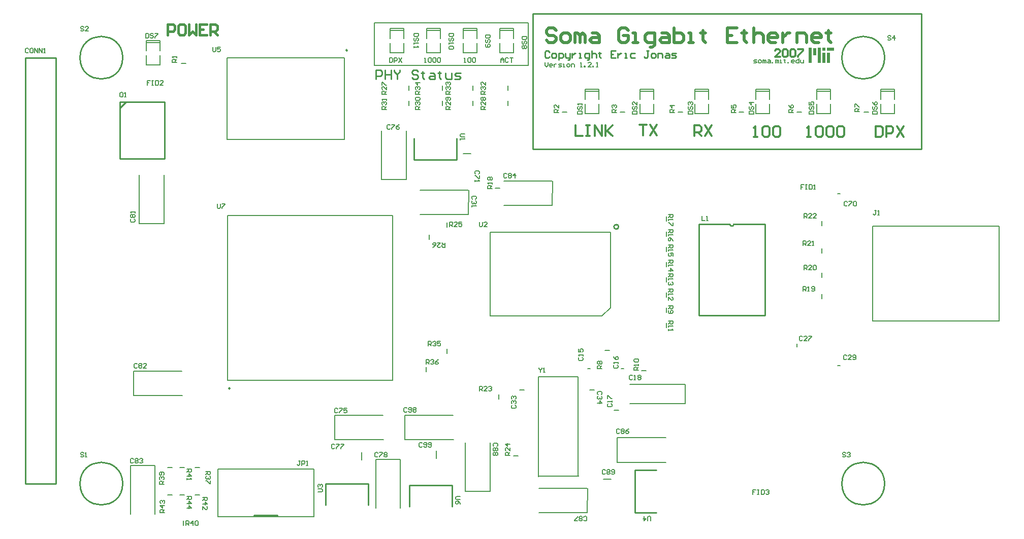
<source format=gto>
%FSLAX24Y24*%
%MOIN*%
G70*
G01*
G75*
G04 Layer_Color=65535*
%ADD10R,0.0394X0.0433*%
%ADD11R,0.0433X0.0394*%
%ADD12R,0.1024X0.0945*%
%ADD13R,0.0945X0.1024*%
%ADD14C,0.0400*%
%ADD15R,0.0728X0.0118*%
%ADD16R,0.0709X0.0157*%
%ADD17R,0.0827X0.1614*%
%ADD18R,0.0787X0.0551*%
%ADD19O,0.0700X0.0300*%
%ADD20R,0.0700X0.0300*%
%ADD21R,0.0122X0.0709*%
%ADD22R,0.0709X0.0122*%
%ADD23O,0.0122X0.0709*%
%ADD24R,0.0157X0.0709*%
%ADD25R,0.0709X0.0157*%
%ADD26R,0.0118X0.0728*%
%ADD27R,0.0728X0.0118*%
%ADD28R,0.0630X0.0512*%
%ADD29R,0.0630X0.0709*%
%ADD30R,0.0709X0.0630*%
%ADD31R,0.1000X0.1400*%
%ADD32R,0.0300X0.0600*%
%ADD33R,0.1400X0.1000*%
%ADD34R,0.0600X0.0300*%
%ADD35R,0.0276X0.0354*%
%ADD36R,0.0354X0.0276*%
%ADD37R,0.0394X0.1083*%
%ADD38C,0.0100*%
%ADD39C,0.0200*%
%ADD40C,0.0080*%
%ADD41C,0.0160*%
%ADD42C,0.0120*%
%ADD43C,0.0600*%
%ADD44C,0.1400*%
%ADD45C,0.0750*%
%ADD46C,0.0500*%
%ADD47C,0.1600*%
%ADD48C,0.0433*%
%ADD49C,0.0350*%
%ADD50C,0.0250*%
%ADD51C,0.0300*%
%ADD52C,0.0098*%
%ADD53C,0.0079*%
%ADD54C,0.0070*%
%ADD55C,0.0140*%
%ADD56R,0.0200X0.0700*%
%ADD57R,0.0200X0.0200*%
%ADD58R,0.0500X0.0200*%
%ADD59R,0.0200X0.1000*%
%ADD60R,0.0200X0.0500*%
%ADD61R,0.1575X0.0098*%
D38*
X64250Y50550D02*
G03*
X64500Y50550I125J0D01*
G01*
X56943Y50380D02*
G03*
X56943Y50380I-153J0D01*
G01*
X74400Y61500D02*
G03*
X74400Y61500I-1400J0D01*
G01*
Y33500D02*
G03*
X74400Y33500I-1400J0D01*
G01*
X24400Y61500D02*
G03*
X24400Y61500I-1400J0D01*
G01*
Y33500D02*
G03*
X24400Y33500I-1400J0D01*
G01*
X20000D02*
Y61500D01*
X18000Y33500D02*
X20000D01*
X18000D02*
Y61500D01*
X20000D01*
X24209Y58587D02*
X27162D01*
X24209Y54847D02*
Y58587D01*
Y54847D02*
X27162D01*
Y58587D01*
X24209Y58194D02*
X24603Y58587D01*
X62200Y44550D02*
Y50550D01*
Y44550D02*
X66550D01*
Y50550D01*
X64500D02*
X66550D01*
X62200D02*
X64250D01*
X51300Y55500D02*
X76800D01*
X51300D02*
Y64400D01*
X76800D01*
Y55500D02*
Y64400D01*
X46000Y32000D02*
Y33400D01*
X43200Y32000D02*
Y33400D01*
X46000D01*
X58000Y34400D02*
X59400D01*
X58000Y31600D02*
X59400D01*
X58000D02*
Y34400D01*
X43500Y54800D02*
Y56200D01*
X46300Y54800D02*
Y56200D01*
X43500Y54800D02*
X46300D01*
X40500Y32100D02*
Y33500D01*
X37700Y32100D02*
Y33500D01*
X40500D01*
X52400Y61875D02*
X52325Y61950D01*
X52175D01*
X52100Y61875D01*
Y61575D01*
X52175Y61500D01*
X52325D01*
X52400Y61575D01*
X52625Y61500D02*
X52775D01*
X52850Y61575D01*
Y61725D01*
X52775Y61800D01*
X52625D01*
X52550Y61725D01*
Y61575D01*
X52625Y61500D01*
X53000Y61350D02*
Y61800D01*
X53225D01*
X53300Y61725D01*
Y61575D01*
X53225Y61500D01*
X53000D01*
X53450Y61800D02*
Y61575D01*
X53525Y61500D01*
X53749D01*
Y61425D01*
X53674Y61350D01*
X53600D01*
X53749Y61500D02*
Y61800D01*
X53899D02*
Y61500D01*
Y61650D01*
X53974Y61725D01*
X54049Y61800D01*
X54124D01*
X54349Y61500D02*
X54499D01*
X54424D01*
Y61800D01*
X54349D01*
X54874Y61350D02*
X54949D01*
X55024Y61425D01*
Y61800D01*
X54799D01*
X54724Y61725D01*
Y61575D01*
X54799Y61500D01*
X55024D01*
X55174Y61950D02*
Y61500D01*
Y61725D01*
X55249Y61800D01*
X55399D01*
X55474Y61725D01*
Y61500D01*
X55699Y61875D02*
Y61800D01*
X55624D01*
X55774D01*
X55699D01*
Y61575D01*
X55774Y61500D01*
X56748Y61950D02*
X56449D01*
Y61500D01*
X56748D01*
X56449Y61725D02*
X56599D01*
X56898Y61800D02*
Y61500D01*
Y61650D01*
X56973Y61725D01*
X57048Y61800D01*
X57123D01*
X57348Y61500D02*
X57498D01*
X57423D01*
Y61800D01*
X57348D01*
X58023D02*
X57798D01*
X57723Y61725D01*
Y61575D01*
X57798Y61500D01*
X58023D01*
X58923Y61950D02*
X58773D01*
X58848D01*
Y61575D01*
X58773Y61500D01*
X58698D01*
X58623Y61575D01*
X59148Y61500D02*
X59298D01*
X59373Y61575D01*
Y61725D01*
X59298Y61800D01*
X59148D01*
X59073Y61725D01*
Y61575D01*
X59148Y61500D01*
X59523D02*
Y61800D01*
X59748D01*
X59823Y61725D01*
Y61500D01*
X60047Y61800D02*
X60197D01*
X60272Y61725D01*
Y61500D01*
X60047D01*
X59972Y61575D01*
X60047Y61650D01*
X60272D01*
X60422Y61500D02*
X60647D01*
X60722Y61575D01*
X60647Y61650D01*
X60497D01*
X60422Y61725D01*
X60497Y61800D01*
X60722D01*
X41000Y60100D02*
Y60700D01*
X41300D01*
X41400Y60600D01*
Y60400D01*
X41300Y60300D01*
X41000D01*
X41600Y60700D02*
Y60100D01*
Y60400D01*
X42000D01*
Y60700D01*
Y60100D01*
X42200Y60700D02*
Y60600D01*
X42400Y60400D01*
X42599Y60600D01*
Y60700D01*
X42400Y60400D02*
Y60100D01*
X43799Y60600D02*
X43699Y60700D01*
X43499D01*
X43399Y60600D01*
Y60500D01*
X43499Y60400D01*
X43699D01*
X43799Y60300D01*
Y60200D01*
X43699Y60100D01*
X43499D01*
X43399Y60200D01*
X44099Y60600D02*
Y60500D01*
X43999D01*
X44199D01*
X44099D01*
Y60200D01*
X44199Y60100D01*
X44599Y60500D02*
X44799D01*
X44899Y60400D01*
Y60100D01*
X44599D01*
X44499Y60200D01*
X44599Y60300D01*
X44899D01*
X45199Y60600D02*
Y60500D01*
X45099D01*
X45299D01*
X45199D01*
Y60200D01*
X45299Y60100D01*
X45599Y60500D02*
Y60200D01*
X45698Y60100D01*
X45998D01*
Y60500D01*
X46198Y60100D02*
X46498D01*
X46598Y60200D01*
X46498Y60300D01*
X46298D01*
X46198Y60400D01*
X46298Y60500D01*
X46598D01*
D39*
X52833Y63291D02*
X52675Y63450D01*
X52358D01*
X52200Y63291D01*
Y63133D01*
X52358Y62975D01*
X52675D01*
X52833Y62817D01*
Y62658D01*
X52675Y62500D01*
X52358D01*
X52200Y62658D01*
X53308Y62500D02*
X53625D01*
X53783Y62658D01*
Y62975D01*
X53625Y63133D01*
X53308D01*
X53150Y62975D01*
Y62658D01*
X53308Y62500D01*
X54099D02*
Y63133D01*
X54258D01*
X54416Y62975D01*
Y62500D01*
Y62975D01*
X54574Y63133D01*
X54733Y62975D01*
Y62500D01*
X55207Y63133D02*
X55524D01*
X55682Y62975D01*
Y62500D01*
X55207D01*
X55049Y62658D01*
X55207Y62817D01*
X55682D01*
X57582Y63291D02*
X57423Y63450D01*
X57107D01*
X56948Y63291D01*
Y62658D01*
X57107Y62500D01*
X57423D01*
X57582Y62658D01*
Y62975D01*
X57265D01*
X57898Y62500D02*
X58215D01*
X58056D01*
Y63133D01*
X57898D01*
X59006Y62183D02*
X59164D01*
X59323Y62342D01*
Y63133D01*
X58848D01*
X58690Y62975D01*
Y62658D01*
X58848Y62500D01*
X59323D01*
X59798Y63133D02*
X60114D01*
X60272Y62975D01*
Y62500D01*
X59798D01*
X59639Y62658D01*
X59798Y62817D01*
X60272D01*
X60589Y63450D02*
Y62500D01*
X61064D01*
X61222Y62658D01*
Y62817D01*
Y62975D01*
X61064Y63133D01*
X60589D01*
X61539Y62500D02*
X61855D01*
X61697D01*
Y63133D01*
X61539D01*
X62488Y63291D02*
Y63133D01*
X62330D01*
X62647D01*
X62488D01*
Y62658D01*
X62647Y62500D01*
X64704Y63450D02*
X64071D01*
Y62500D01*
X64704D01*
X64071Y62975D02*
X64388D01*
X65179Y63291D02*
Y63133D01*
X65021D01*
X65337D01*
X65179D01*
Y62658D01*
X65337Y62500D01*
X65812Y63450D02*
Y62500D01*
Y62975D01*
X65971Y63133D01*
X66287D01*
X66445Y62975D01*
Y62500D01*
X67237D02*
X66920D01*
X66762Y62658D01*
Y62975D01*
X66920Y63133D01*
X67237D01*
X67395Y62975D01*
Y62817D01*
X66762D01*
X67712Y63133D02*
Y62500D01*
Y62817D01*
X67870Y62975D01*
X68028Y63133D01*
X68186D01*
X68661Y62500D02*
Y63133D01*
X69136D01*
X69294Y62975D01*
Y62500D01*
X70086D02*
X69769D01*
X69611Y62658D01*
Y62975D01*
X69769Y63133D01*
X70086D01*
X70244Y62975D01*
Y62817D01*
X69611D01*
X70719Y63291D02*
Y63133D01*
X70561D01*
X70877D01*
X70719D01*
Y62658D01*
X70877Y62500D01*
D40*
X42906Y38006D02*
X46096D01*
X42909Y36400D02*
X46100D01*
X42900D02*
X42906Y38006D01*
X46894Y33006D02*
Y36196D01*
X48500Y33009D02*
Y36200D01*
X46894Y33006D02*
X48500Y33000D01*
X51704Y31594D02*
X54894D01*
X51700Y33200D02*
X54891D01*
X54894Y31594D02*
X54900Y33200D01*
X56857Y36514D02*
X60047D01*
X56861Y34909D02*
X60051D01*
X56851D02*
X56857Y36514D01*
X42606Y31904D02*
Y35094D01*
X41000Y31900D02*
Y35091D01*
Y35100D02*
X42606Y35094D01*
X41394Y53506D02*
Y56696D01*
X43000Y53509D02*
Y56700D01*
X41394Y53506D02*
X43000Y53500D01*
X38306Y38006D02*
X41496D01*
X38309Y36400D02*
X41500D01*
X38300D02*
X38306Y38006D01*
X43904Y51194D02*
X47094D01*
X43900Y52800D02*
X47091D01*
X47094Y51194D02*
X47100Y52800D01*
X25100Y39300D02*
X25106Y40906D01*
X25109Y39300D02*
X28300D01*
X25106Y40906D02*
X28296D01*
X25494Y50606D02*
X27100Y50600D01*
Y50609D02*
Y53800D01*
X25494Y50606D02*
Y53796D01*
X54280Y34019D02*
Y40511D01*
Y34019D02*
X54311Y33987D01*
X51701D02*
X54311D01*
X51689Y33976D02*
X51701Y33987D01*
X51689Y33976D02*
Y40491D01*
X51669Y40511D02*
X51689Y40491D01*
X51669Y40511D02*
X54280D01*
X81900Y44190D02*
Y50410D01*
X73630Y44200D02*
X81920D01*
X73630Y50410D02*
X81920D01*
X73630Y44190D02*
Y50410D01*
X41000Y63800D02*
X47200D01*
X51000Y61000D02*
Y63800D01*
X40900Y61000D02*
X51000D01*
X40900D02*
Y63800D01*
X50400D01*
X47200D02*
X51000D01*
X49404Y51794D02*
X52594D01*
X49400Y53400D02*
X52591D01*
X52594Y51794D02*
X52600Y53400D01*
X30650Y31325D02*
X36950D01*
X30650D02*
Y34475D01*
X36950D01*
Y31325D02*
Y34475D01*
X33013Y31325D02*
X33111Y31424D01*
X33013Y31325D02*
Y31424D01*
X34587D01*
Y31325D02*
Y31424D01*
X34489D02*
X34587Y31325D01*
X26506Y31504D02*
Y34694D01*
X24900Y31500D02*
Y34691D01*
Y34700D02*
X26506Y34694D01*
X65800Y61150D02*
X65950D01*
X66000Y61200D01*
X65950Y61250D01*
X65850D01*
X65800Y61300D01*
X65850Y61350D01*
X66000D01*
X66150Y61150D02*
X66250D01*
X66300Y61200D01*
Y61300D01*
X66250Y61350D01*
X66150D01*
X66100Y61300D01*
Y61200D01*
X66150Y61150D01*
X66400D02*
Y61350D01*
X66450D01*
X66500Y61300D01*
Y61150D01*
Y61300D01*
X66550Y61350D01*
X66600Y61300D01*
Y61150D01*
X66750Y61350D02*
X66850D01*
X66900Y61300D01*
Y61150D01*
X66750D01*
X66700Y61200D01*
X66750Y61250D01*
X66900D01*
X67000Y61150D02*
Y61200D01*
X67050D01*
Y61150D01*
X67000D01*
X67250D02*
Y61350D01*
X67300D01*
X67350Y61300D01*
Y61150D01*
Y61300D01*
X67399Y61350D01*
X67449Y61300D01*
Y61150D01*
X67549D02*
X67649D01*
X67599D01*
Y61350D01*
X67549D01*
X67849Y61400D02*
Y61350D01*
X67799D01*
X67899D01*
X67849D01*
Y61200D01*
X67899Y61150D01*
X68049D02*
Y61200D01*
X68099D01*
Y61150D01*
X68049D01*
X68449D02*
X68349D01*
X68299Y61200D01*
Y61300D01*
X68349Y61350D01*
X68449D01*
X68499Y61300D01*
Y61250D01*
X68299D01*
X68799Y61450D02*
Y61150D01*
X68649D01*
X68599Y61200D01*
Y61300D01*
X68649Y61350D01*
X68799D01*
X68899D02*
Y61200D01*
X68949Y61150D01*
X69099D01*
Y61350D01*
D41*
X27350Y63000D02*
Y63700D01*
X27700D01*
X27817Y63583D01*
Y63350D01*
X27700Y63233D01*
X27350D01*
X28400Y63700D02*
X28166D01*
X28050Y63583D01*
Y63117D01*
X28166Y63000D01*
X28400D01*
X28516Y63117D01*
Y63583D01*
X28400Y63700D01*
X28750D02*
Y63000D01*
X28983Y63233D01*
X29216Y63000D01*
Y63700D01*
X29916D02*
X29449D01*
Y63000D01*
X29916D01*
X29449Y63350D02*
X29683D01*
X30149Y63000D02*
Y63700D01*
X30499D01*
X30616Y63583D01*
Y63350D01*
X30499Y63233D01*
X30149D01*
X30382D02*
X30616Y63000D01*
D42*
X67533Y61550D02*
X67200D01*
X67533Y61883D01*
Y61967D01*
X67450Y62050D01*
X67283D01*
X67200Y61967D01*
X67700D02*
X67783Y62050D01*
X67950D01*
X68033Y61967D01*
Y61633D01*
X67950Y61550D01*
X67783D01*
X67700Y61633D01*
Y61967D01*
X68200D02*
X68283Y62050D01*
X68450D01*
X68533Y61967D01*
Y61633D01*
X68450Y61550D01*
X68283D01*
X68200Y61633D01*
Y61967D01*
X68700Y62050D02*
X69033D01*
Y61967D01*
X68700Y61633D01*
Y61550D01*
D52*
X39155Y61991D02*
G03*
X39155Y61991I-49J0D01*
G01*
X31454Y39765D02*
G03*
X31454Y39765I-49J0D01*
G01*
D53*
X50043Y35331D02*
X50357D01*
X49069Y39043D02*
Y39357D01*
X61329Y38770D02*
Y40030D01*
X57668D02*
X61329D01*
X57668Y38770D02*
X61329D01*
X55836Y44511D02*
X56401Y45076D01*
X48515Y44511D02*
X55836D01*
X48515D02*
Y50035D01*
X56401D01*
Y45076D02*
Y50035D01*
X31242Y56123D02*
X38958D01*
X31242Y61477D02*
X38958D01*
X31242Y56123D02*
Y61477D01*
X38958Y56123D02*
Y61477D01*
X42113Y40287D02*
Y51113D01*
X31287Y40287D02*
Y51113D01*
Y40287D02*
X42113D01*
X31287Y51113D02*
X42113D01*
X55653Y58757D02*
Y59439D01*
X54747Y58757D02*
Y59439D01*
X55653D01*
X54747Y57813D02*
X55653D01*
Y58443D01*
X54747Y57813D02*
Y58443D01*
Y59301D02*
X55653D01*
X59253Y58757D02*
Y59439D01*
X58347Y58757D02*
Y59439D01*
X59253D01*
X58347Y57813D02*
X59253D01*
Y58443D01*
X58347Y57813D02*
Y58443D01*
Y59301D02*
X59253D01*
X62853Y58757D02*
Y59439D01*
X61947Y58757D02*
Y59439D01*
X62853D01*
X61947Y57813D02*
X62853D01*
Y58443D01*
X61947Y57813D02*
Y58443D01*
Y59301D02*
X62853D01*
X66853Y58757D02*
Y59439D01*
X65947Y58757D02*
Y59439D01*
X66853D01*
X65947Y57813D02*
X66853D01*
Y58443D01*
X65947Y57813D02*
Y58443D01*
Y59301D02*
X66853D01*
X70853Y58757D02*
Y59439D01*
X69947Y58757D02*
Y59439D01*
X70853D01*
X69947Y57813D02*
X70853D01*
Y58443D01*
X69947Y57813D02*
Y58443D01*
Y59301D02*
X70853D01*
X75053Y58757D02*
Y59439D01*
X74147Y58757D02*
Y59439D01*
X75053D01*
X74147Y57813D02*
X75053D01*
Y58443D01*
X74147Y57813D02*
Y58443D01*
Y59301D02*
X75053D01*
X26853Y61957D02*
Y62639D01*
X25947Y61957D02*
Y62639D01*
X26853D01*
X25947Y61013D02*
X26853D01*
Y61643D01*
X25947Y61013D02*
Y61643D01*
Y62501D02*
X26853D01*
X50053Y62757D02*
Y63439D01*
X49147Y62757D02*
Y63439D01*
X50053D01*
X49147Y61813D02*
X50053D01*
Y62443D01*
X49147Y61813D02*
Y62443D01*
Y63301D02*
X50053D01*
X47653Y62757D02*
Y63439D01*
X46747Y62757D02*
Y63439D01*
X47653D01*
X46747Y61813D02*
X47653D01*
Y62443D01*
X46747Y61813D02*
Y62443D01*
Y63301D02*
X47653D01*
X45253Y62757D02*
Y63439D01*
X44347Y62757D02*
Y63439D01*
X45253D01*
X44347Y61813D02*
X45253D01*
Y62443D01*
X44347Y61813D02*
Y62443D01*
Y63301D02*
X45253D01*
X42853Y62757D02*
Y63439D01*
X41947Y62757D02*
Y63439D01*
X42853D01*
X41947Y61813D02*
X42853D01*
Y62443D01*
X41947Y61813D02*
Y62443D01*
Y63301D02*
X42853D01*
X28243Y61131D02*
X28557D01*
X53243Y57931D02*
X53557D01*
X57043D02*
X57357D01*
X60843D02*
X61157D01*
X64843D02*
X65157D01*
X68643D02*
X68957D01*
X73043D02*
X73357D01*
X45669Y50343D02*
Y50657D01*
X44531Y49543D02*
Y49857D01*
X45669Y42043D02*
Y42357D01*
X44331Y40843D02*
Y41157D01*
X27343Y34569D02*
X27657D01*
X56643Y38331D02*
X56957D01*
X50443Y39669D02*
X50757D01*
X55043D02*
X55357D01*
X56043Y42269D02*
X56357D01*
X60069Y44743D02*
Y45057D01*
X58443Y40931D02*
X58757D01*
X60069Y43743D02*
Y44057D01*
Y45743D02*
Y46057D01*
Y46743D02*
Y47057D01*
Y47743D02*
Y48057D01*
Y48743D02*
Y49057D01*
Y49743D02*
Y50057D01*
Y50743D02*
Y51057D01*
X70269Y45643D02*
Y45957D01*
Y47043D02*
Y47357D01*
Y48643D02*
Y48957D01*
Y50443D02*
Y50757D01*
X43169Y59343D02*
Y59657D01*
X49669Y58343D02*
Y58657D01*
X47369Y58343D02*
Y58657D01*
X45369Y58343D02*
Y58657D01*
X43169Y58343D02*
Y58657D01*
X49669Y59343D02*
Y59657D01*
X47369Y59343D02*
Y59657D01*
X45369Y59343D02*
Y59657D01*
X40098Y35044D02*
Y35556D01*
X55944Y33798D02*
X56456D01*
X46744Y55198D02*
X47256D01*
X44998Y35144D02*
Y35656D01*
X29143Y32769D02*
X29457D01*
X27343D02*
X27657D01*
X28143D02*
X28457D01*
X54902Y41049D02*
X55098D01*
X57102D02*
X57298D01*
X68649Y42502D02*
Y42698D01*
X71302Y52551D02*
X71498D01*
X48843Y52931D02*
X49157D01*
X71302Y41249D02*
X71498D01*
X28143Y34569D02*
X28457D01*
X29143D02*
X29457D01*
X28369Y30743D02*
Y31057D01*
D54*
X65950Y33100D02*
X65750D01*
Y32950D01*
X65850D01*
X65750D01*
Y32800D01*
X66050Y33100D02*
X66150D01*
X66100D01*
Y32800D01*
X66050D01*
X66150D01*
X66300Y33100D02*
Y32800D01*
X66450D01*
X66500Y32850D01*
Y33050D01*
X66450Y33100D01*
X66300D01*
X66600Y33050D02*
X66650Y33100D01*
X66750D01*
X66800Y33050D01*
Y33000D01*
X66750Y32950D01*
X66700D01*
X66750D01*
X66800Y32900D01*
Y32850D01*
X66750Y32800D01*
X66650D01*
X66600Y32850D01*
X26200Y60000D02*
X26000D01*
Y59850D01*
X26100D01*
X26000D01*
Y59700D01*
X26300Y60000D02*
X26400D01*
X26350D01*
Y59700D01*
X26300D01*
X26400D01*
X26550Y60000D02*
Y59700D01*
X26700D01*
X26750Y59750D01*
Y59950D01*
X26700Y60000D01*
X26550D01*
X27050Y59700D02*
X26850D01*
X27050Y59900D01*
Y59950D01*
X27000Y60000D01*
X26900D01*
X26850Y59950D01*
X69100Y53150D02*
X68900D01*
Y53000D01*
X69000D01*
X68900D01*
Y52850D01*
X69200Y53150D02*
X69300D01*
X69250D01*
Y52850D01*
X69200D01*
X69300D01*
X69450Y53150D02*
Y52850D01*
X69600D01*
X69650Y52900D01*
Y53100D01*
X69600Y53150D01*
X69450D01*
X69750Y52850D02*
X69850D01*
X69800D01*
Y53150D01*
X69750Y53100D01*
X25100Y35100D02*
X25050Y35150D01*
X24950D01*
X24900Y35100D01*
Y34900D01*
X24950Y34850D01*
X25050D01*
X25100Y34900D01*
X25200Y35100D02*
X25250Y35150D01*
X25350D01*
X25400Y35100D01*
Y35050D01*
X25350Y35000D01*
X25400Y34950D01*
Y34900D01*
X25350Y34850D01*
X25250D01*
X25200Y34900D01*
Y34950D01*
X25250Y35000D01*
X25200Y35050D01*
Y35100D01*
X25250Y35000D02*
X25350D01*
X25500Y35100D02*
X25550Y35150D01*
X25650D01*
X25700Y35100D01*
Y35050D01*
X25650Y35000D01*
X25600D01*
X25650D01*
X25700Y34950D01*
Y34900D01*
X25650Y34850D01*
X25550D01*
X25500Y34900D01*
X25350Y41350D02*
X25300Y41400D01*
X25200D01*
X25150Y41350D01*
Y41150D01*
X25200Y41100D01*
X25300D01*
X25350Y41150D01*
X25450Y41350D02*
X25500Y41400D01*
X25600D01*
X25650Y41350D01*
Y41300D01*
X25600Y41250D01*
X25650Y41200D01*
Y41150D01*
X25600Y41100D01*
X25500D01*
X25450Y41150D01*
Y41200D01*
X25500Y41250D01*
X25450Y41300D01*
Y41350D01*
X25500Y41250D02*
X25600D01*
X25950Y41100D02*
X25750D01*
X25950Y41300D01*
Y41350D01*
X25900Y41400D01*
X25800D01*
X25750Y41350D01*
X24950Y50900D02*
X24900Y50850D01*
Y50750D01*
X24950Y50700D01*
X25150D01*
X25200Y50750D01*
Y50850D01*
X25150Y50900D01*
X24950Y51000D02*
X24900Y51050D01*
Y51150D01*
X24950Y51200D01*
X25000D01*
X25050Y51150D01*
X25100Y51200D01*
X25150D01*
X25200Y51150D01*
Y51050D01*
X25150Y51000D01*
X25100D01*
X25050Y51050D01*
X25000Y51000D01*
X24950D01*
X25050Y51050D02*
Y51150D01*
X25200Y51300D02*
Y51400D01*
Y51350D01*
X24900D01*
X24950Y51300D01*
X18220Y62070D02*
X18170Y62120D01*
X18070D01*
X18020Y62070D01*
Y61870D01*
X18070Y61820D01*
X18170D01*
X18220Y61870D01*
X18470Y62120D02*
X18370D01*
X18320Y62070D01*
Y61870D01*
X18370Y61820D01*
X18470D01*
X18520Y61870D01*
Y62070D01*
X18470Y62120D01*
X18620Y61820D02*
Y62120D01*
X18820Y61820D01*
Y62120D01*
X18920Y61820D02*
Y62120D01*
X19120Y61820D01*
Y62120D01*
X19220Y61820D02*
X19320D01*
X19270D01*
Y62120D01*
X19220Y62070D01*
X27100Y33450D02*
X26800D01*
Y33600D01*
X26850Y33650D01*
X26950D01*
X27000Y33600D01*
Y33450D01*
Y33550D02*
X27100Y33650D01*
X26850Y33750D02*
X26800Y33800D01*
Y33900D01*
X26850Y33950D01*
X26900D01*
X26950Y33900D01*
Y33850D01*
Y33900D01*
X27000Y33950D01*
X27050D01*
X27100Y33900D01*
Y33800D01*
X27050Y33750D01*
Y34050D02*
X27100Y34100D01*
Y34200D01*
X27050Y34250D01*
X26850D01*
X26800Y34200D01*
Y34100D01*
X26850Y34050D01*
X26900D01*
X26950Y34100D01*
Y34250D01*
X29850Y34300D02*
X30150D01*
Y34150D01*
X30100Y34100D01*
X30000D01*
X29950Y34150D01*
Y34300D01*
Y34200D02*
X29850Y34100D01*
X30100Y34000D02*
X30150Y33950D01*
Y33850D01*
X30100Y33800D01*
X30050D01*
X30000Y33850D01*
Y33900D01*
Y33850D01*
X29950Y33800D01*
X29900D01*
X29850Y33850D01*
Y33950D01*
X29900Y34000D01*
X30150Y33700D02*
Y33500D01*
X30100D01*
X29900Y33700D01*
X29850D01*
X54350Y41800D02*
X54300Y41750D01*
Y41650D01*
X54350Y41600D01*
X54550D01*
X54600Y41650D01*
Y41750D01*
X54550Y41800D01*
X54600Y41900D02*
Y42000D01*
Y41950D01*
X54300D01*
X54350Y41900D01*
X54300Y42350D02*
Y42150D01*
X54450D01*
X54400Y42250D01*
Y42300D01*
X54450Y42350D01*
X54550D01*
X54600Y42300D01*
Y42200D01*
X54550Y42150D01*
X56650Y41300D02*
X56600Y41250D01*
Y41150D01*
X56650Y41100D01*
X56850D01*
X56900Y41150D01*
Y41250D01*
X56850Y41300D01*
X56900Y41400D02*
Y41500D01*
Y41450D01*
X56600D01*
X56650Y41400D01*
X56600Y41850D02*
X56650Y41750D01*
X56750Y41650D01*
X56850D01*
X56900Y41700D01*
Y41800D01*
X56850Y41850D01*
X56800D01*
X56750Y41800D01*
Y41650D01*
X56250Y38750D02*
X56200Y38700D01*
Y38600D01*
X56250Y38550D01*
X56450D01*
X56500Y38600D01*
Y38700D01*
X56450Y38750D01*
X56500Y38850D02*
Y38950D01*
Y38900D01*
X56200D01*
X56250Y38850D01*
X56200Y39100D02*
Y39300D01*
X56250D01*
X56450Y39100D01*
X56500D01*
X57860Y40590D02*
X57810Y40640D01*
X57710D01*
X57660Y40590D01*
Y40390D01*
X57710Y40340D01*
X57810D01*
X57860Y40390D01*
X57960Y40340D02*
X58060D01*
X58010D01*
Y40640D01*
X57960Y40590D01*
X58210D02*
X58260Y40640D01*
X58360D01*
X58410Y40590D01*
Y40540D01*
X58360Y40490D01*
X58410Y40440D01*
Y40390D01*
X58360Y40340D01*
X58260D01*
X58210Y40390D01*
Y40440D01*
X58260Y40490D01*
X58210Y40540D01*
Y40590D01*
X58260Y40490D02*
X58360D01*
X69000Y43150D02*
X68950Y43200D01*
X68850D01*
X68800Y43150D01*
Y42950D01*
X68850Y42900D01*
X68950D01*
X69000Y42950D01*
X69300Y42900D02*
X69100D01*
X69300Y43100D01*
Y43150D01*
X69250Y43200D01*
X69150D01*
X69100Y43150D01*
X69400Y43200D02*
X69600D01*
Y43150D01*
X69400Y42950D01*
Y42900D01*
X71900Y41900D02*
X71850Y41950D01*
X71750D01*
X71700Y41900D01*
Y41700D01*
X71750Y41650D01*
X71850D01*
X71900Y41700D01*
X72200Y41650D02*
X72000D01*
X72200Y41850D01*
Y41900D01*
X72150Y41950D01*
X72050D01*
X72000Y41900D01*
X72300Y41700D02*
X72350Y41650D01*
X72450D01*
X72500Y41700D01*
Y41900D01*
X72450Y41950D01*
X72350D01*
X72300Y41900D01*
Y41850D01*
X72350Y41800D01*
X72500D01*
X47750Y53850D02*
X47800Y53900D01*
Y54000D01*
X47750Y54050D01*
X47550D01*
X47500Y54000D01*
Y53900D01*
X47550Y53850D01*
X47800Y53750D02*
Y53550D01*
X47750D01*
X47550Y53750D01*
X47500D01*
Y53450D02*
Y53350D01*
Y53400D01*
X47800D01*
X47750Y53450D01*
X49950Y38650D02*
X49900Y38600D01*
Y38500D01*
X49950Y38450D01*
X50150D01*
X50200Y38500D01*
Y38600D01*
X50150Y38650D01*
X49950Y38750D02*
X49900Y38800D01*
Y38900D01*
X49950Y38950D01*
X50000D01*
X50050Y38900D01*
Y38850D01*
Y38900D01*
X50100Y38950D01*
X50150D01*
X50200Y38900D01*
Y38800D01*
X50150Y38750D01*
X49950Y39050D02*
X49900Y39100D01*
Y39200D01*
X49950Y39250D01*
X50000D01*
X50050Y39200D01*
Y39150D01*
Y39200D01*
X50100Y39250D01*
X50150D01*
X50200Y39200D01*
Y39100D01*
X50150Y39050D01*
X55800Y39350D02*
X55850Y39400D01*
Y39500D01*
X55800Y39550D01*
X55600D01*
X55550Y39500D01*
Y39400D01*
X55600Y39350D01*
X55800Y39250D02*
X55850Y39200D01*
Y39100D01*
X55800Y39050D01*
X55750D01*
X55700Y39100D01*
Y39150D01*
Y39100D01*
X55650Y39050D01*
X55600D01*
X55550Y39100D01*
Y39200D01*
X55600Y39250D01*
X55550Y38800D02*
X55850D01*
X55700Y38950D01*
Y38750D01*
X71950Y52000D02*
X71900Y52050D01*
X71800D01*
X71750Y52000D01*
Y51800D01*
X71800Y51750D01*
X71900D01*
X71950Y51800D01*
X72050Y52050D02*
X72250D01*
Y52000D01*
X72050Y51800D01*
Y51750D01*
X72350Y52000D02*
X72400Y52050D01*
X72500D01*
X72550Y52000D01*
Y51800D01*
X72500Y51750D01*
X72400D01*
X72350Y51800D01*
Y52000D01*
X38500Y38400D02*
X38450Y38450D01*
X38350D01*
X38300Y38400D01*
Y38200D01*
X38350Y38150D01*
X38450D01*
X38500Y38200D01*
X38600Y38450D02*
X38800D01*
Y38400D01*
X38600Y38200D01*
Y38150D01*
X39100Y38450D02*
X38900D01*
Y38300D01*
X39000Y38350D01*
X39050D01*
X39100Y38300D01*
Y38200D01*
X39050Y38150D01*
X38950D01*
X38900Y38200D01*
X54650Y31100D02*
X54700Y31050D01*
X54800D01*
X54850Y31100D01*
Y31300D01*
X54800Y31350D01*
X54700D01*
X54650Y31300D01*
X54550Y31100D02*
X54500Y31050D01*
X54400D01*
X54350Y31100D01*
Y31150D01*
X54400Y31200D01*
X54350Y31250D01*
Y31300D01*
X54400Y31350D01*
X54500D01*
X54550Y31300D01*
Y31250D01*
X54500Y31200D01*
X54550Y31150D01*
Y31100D01*
X54500Y31200D02*
X54400D01*
X54250Y31050D02*
X54050D01*
Y31100D01*
X54250Y31300D01*
Y31350D01*
X56080Y34360D02*
X56030Y34410D01*
X55930D01*
X55880Y34360D01*
Y34160D01*
X55930Y34110D01*
X56030D01*
X56080Y34160D01*
X56180Y34360D02*
X56230Y34410D01*
X56330D01*
X56380Y34360D01*
Y34310D01*
X56330Y34260D01*
X56380Y34210D01*
Y34160D01*
X56330Y34110D01*
X56230D01*
X56180Y34160D01*
Y34210D01*
X56230Y34260D01*
X56180Y34310D01*
Y34360D01*
X56230Y34260D02*
X56330D01*
X56480Y34160D02*
X56530Y34110D01*
X56630D01*
X56680Y34160D01*
Y34360D01*
X56630Y34410D01*
X56530D01*
X56480Y34360D01*
Y34310D01*
X56530Y34260D01*
X56680D01*
X54250Y57800D02*
X54550D01*
Y57950D01*
X54500Y58000D01*
X54300D01*
X54250Y57950D01*
Y57800D01*
X54300Y58300D02*
X54250Y58250D01*
Y58150D01*
X54300Y58100D01*
X54350D01*
X54400Y58150D01*
Y58250D01*
X54450Y58300D01*
X54500D01*
X54550Y58250D01*
Y58150D01*
X54500Y58100D01*
X54550Y58400D02*
Y58500D01*
Y58450D01*
X54250D01*
X54300Y58400D01*
X57850Y57800D02*
X58150D01*
Y57950D01*
X58100Y58000D01*
X57900D01*
X57850Y57950D01*
Y57800D01*
X57900Y58300D02*
X57850Y58250D01*
Y58150D01*
X57900Y58100D01*
X57950D01*
X58000Y58150D01*
Y58250D01*
X58050Y58300D01*
X58100D01*
X58150Y58250D01*
Y58150D01*
X58100Y58100D01*
X58150Y58600D02*
Y58400D01*
X57950Y58600D01*
X57900D01*
X57850Y58550D01*
Y58450D01*
X57900Y58400D01*
X61500Y57800D02*
X61800D01*
Y57950D01*
X61750Y58000D01*
X61550D01*
X61500Y57950D01*
Y57800D01*
X61550Y58300D02*
X61500Y58250D01*
Y58150D01*
X61550Y58100D01*
X61600D01*
X61650Y58150D01*
Y58250D01*
X61700Y58300D01*
X61750D01*
X61800Y58250D01*
Y58150D01*
X61750Y58100D01*
X61550Y58400D02*
X61500Y58450D01*
Y58550D01*
X61550Y58600D01*
X61600D01*
X61650Y58550D01*
Y58500D01*
Y58550D01*
X61700Y58600D01*
X61750D01*
X61800Y58550D01*
Y58450D01*
X61750Y58400D01*
X65500Y57800D02*
X65800D01*
Y57950D01*
X65750Y58000D01*
X65550D01*
X65500Y57950D01*
Y57800D01*
X65550Y58300D02*
X65500Y58250D01*
Y58150D01*
X65550Y58100D01*
X65600D01*
X65650Y58150D01*
Y58250D01*
X65700Y58300D01*
X65750D01*
X65800Y58250D01*
Y58150D01*
X65750Y58100D01*
X65800Y58550D02*
X65500D01*
X65650Y58400D01*
Y58600D01*
X69450Y57800D02*
X69750D01*
Y57950D01*
X69700Y58000D01*
X69500D01*
X69450Y57950D01*
Y57800D01*
X69500Y58300D02*
X69450Y58250D01*
Y58150D01*
X69500Y58100D01*
X69550D01*
X69600Y58150D01*
Y58250D01*
X69650Y58300D01*
X69700D01*
X69750Y58250D01*
Y58150D01*
X69700Y58100D01*
X69450Y58600D02*
Y58400D01*
X69600D01*
X69550Y58500D01*
Y58550D01*
X69600Y58600D01*
X69700D01*
X69750Y58550D01*
Y58450D01*
X69700Y58400D01*
X73600Y57800D02*
X73900D01*
Y57950D01*
X73850Y58000D01*
X73650D01*
X73600Y57950D01*
Y57800D01*
X73650Y58300D02*
X73600Y58250D01*
Y58150D01*
X73650Y58100D01*
X73700D01*
X73750Y58150D01*
Y58250D01*
X73800Y58300D01*
X73850D01*
X73900Y58250D01*
Y58150D01*
X73850Y58100D01*
X73600Y58600D02*
X73650Y58500D01*
X73750Y58400D01*
X73850D01*
X73900Y58450D01*
Y58550D01*
X73850Y58600D01*
X73800D01*
X73750Y58550D01*
Y58400D01*
X25900Y63100D02*
Y62800D01*
X26050D01*
X26100Y62850D01*
Y63050D01*
X26050Y63100D01*
X25900D01*
X26400Y63050D02*
X26350Y63100D01*
X26250D01*
X26200Y63050D01*
Y63000D01*
X26250Y62950D01*
X26350D01*
X26400Y62900D01*
Y62850D01*
X26350Y62800D01*
X26250D01*
X26200Y62850D01*
X26500Y63100D02*
X26700D01*
Y63050D01*
X26500Y62850D01*
Y62800D01*
X50900Y62900D02*
X50600D01*
Y62750D01*
X50650Y62700D01*
X50850D01*
X50900Y62750D01*
Y62900D01*
X50850Y62400D02*
X50900Y62450D01*
Y62550D01*
X50850Y62600D01*
X50800D01*
X50750Y62550D01*
Y62450D01*
X50700Y62400D01*
X50650D01*
X50600Y62450D01*
Y62550D01*
X50650Y62600D01*
X50850Y62300D02*
X50900Y62250D01*
Y62150D01*
X50850Y62100D01*
X50800D01*
X50750Y62150D01*
X50700Y62100D01*
X50650D01*
X50600Y62150D01*
Y62250D01*
X50650Y62300D01*
X50700D01*
X50750Y62250D01*
X50800Y62300D01*
X50850D01*
X50750Y62250D02*
Y62150D01*
X48500Y63000D02*
X48200D01*
Y62850D01*
X48250Y62800D01*
X48450D01*
X48500Y62850D01*
Y63000D01*
X48450Y62500D02*
X48500Y62550D01*
Y62650D01*
X48450Y62700D01*
X48400D01*
X48350Y62650D01*
Y62550D01*
X48300Y62500D01*
X48250D01*
X48200Y62550D01*
Y62650D01*
X48250Y62700D01*
Y62400D02*
X48200Y62350D01*
Y62250D01*
X48250Y62200D01*
X48450D01*
X48500Y62250D01*
Y62350D01*
X48450Y62400D01*
X48400D01*
X48350Y62350D01*
Y62200D01*
X46100Y63100D02*
X45800D01*
Y62950D01*
X45850Y62900D01*
X46050D01*
X46100Y62950D01*
Y63100D01*
X46050Y62600D02*
X46100Y62650D01*
Y62750D01*
X46050Y62800D01*
X46000D01*
X45950Y62750D01*
Y62650D01*
X45900Y62600D01*
X45850D01*
X45800Y62650D01*
Y62750D01*
X45850Y62800D01*
X45800Y62500D02*
Y62400D01*
Y62450D01*
X46100D01*
X46050Y62500D01*
Y62250D02*
X46100Y62200D01*
Y62100D01*
X46050Y62050D01*
X45850D01*
X45800Y62100D01*
Y62200D01*
X45850Y62250D01*
X46050D01*
X43800Y63100D02*
X43500D01*
Y62950D01*
X43550Y62900D01*
X43750D01*
X43800Y62950D01*
Y63100D01*
X43750Y62600D02*
X43800Y62650D01*
Y62750D01*
X43750Y62800D01*
X43700D01*
X43650Y62750D01*
Y62650D01*
X43600Y62600D01*
X43550D01*
X43500Y62650D01*
Y62750D01*
X43550Y62800D01*
X43500Y62500D02*
Y62400D01*
Y62450D01*
X43800D01*
X43750Y62500D01*
X43500Y62250D02*
Y62150D01*
Y62200D01*
X43800D01*
X43750Y62250D01*
X73860Y51470D02*
X73760D01*
X73810D01*
Y51220D01*
X73760Y51170D01*
X73710D01*
X73660Y51220D01*
X73960Y51170D02*
X74060D01*
X74010D01*
Y51470D01*
X73960Y51420D01*
X62400Y51100D02*
Y50800D01*
X62600D01*
X62700D02*
X62800D01*
X62750D01*
Y51100D01*
X62700Y51050D01*
X24380Y59210D02*
X24280D01*
X24230Y59160D01*
Y58960D01*
X24280Y58910D01*
X24380D01*
X24430Y58960D01*
Y59160D01*
X24380Y59210D01*
X24530Y58910D02*
X24630D01*
X24580D01*
Y59210D01*
X24530Y59160D01*
X27950Y61200D02*
X27650D01*
Y61350D01*
X27700Y61400D01*
X27800D01*
X27850Y61350D01*
Y61200D01*
Y61300D02*
X27950Y61400D01*
Y61500D02*
Y61600D01*
Y61550D01*
X27650D01*
X27700Y61500D01*
X53000Y57900D02*
X52700D01*
Y58050D01*
X52750Y58100D01*
X52850D01*
X52900Y58050D01*
Y57900D01*
Y58000D02*
X53000Y58100D01*
Y58400D02*
Y58200D01*
X52800Y58400D01*
X52750D01*
X52700Y58350D01*
Y58250D01*
X52750Y58200D01*
X56800Y57900D02*
X56500D01*
Y58050D01*
X56550Y58100D01*
X56650D01*
X56700Y58050D01*
Y57900D01*
Y58000D02*
X56800Y58100D01*
X56550Y58200D02*
X56500Y58250D01*
Y58350D01*
X56550Y58400D01*
X56600D01*
X56650Y58350D01*
Y58300D01*
Y58350D01*
X56700Y58400D01*
X56750D01*
X56800Y58350D01*
Y58250D01*
X56750Y58200D01*
X60600Y57900D02*
X60300D01*
Y58050D01*
X60350Y58100D01*
X60450D01*
X60500Y58050D01*
Y57900D01*
Y58000D02*
X60600Y58100D01*
Y58350D02*
X60300D01*
X60450Y58200D01*
Y58400D01*
X64650Y57900D02*
X64350D01*
Y58050D01*
X64400Y58100D01*
X64500D01*
X64550Y58050D01*
Y57900D01*
Y58000D02*
X64650Y58100D01*
X64350Y58400D02*
Y58200D01*
X64500D01*
X64450Y58300D01*
Y58350D01*
X64500Y58400D01*
X64600D01*
X64650Y58350D01*
Y58250D01*
X64600Y58200D01*
X68400Y57900D02*
X68100D01*
Y58050D01*
X68150Y58100D01*
X68250D01*
X68300Y58050D01*
Y57900D01*
Y58000D02*
X68400Y58100D01*
X68100Y58400D02*
X68150Y58300D01*
X68250Y58200D01*
X68350D01*
X68400Y58250D01*
Y58350D01*
X68350Y58400D01*
X68300D01*
X68250Y58350D01*
Y58200D01*
X72750Y57950D02*
X72450D01*
Y58100D01*
X72500Y58150D01*
X72600D01*
X72650Y58100D01*
Y57950D01*
Y58050D02*
X72750Y58150D01*
X72450Y58250D02*
Y58450D01*
X72500D01*
X72700Y58250D01*
X72750D01*
X55850Y41050D02*
X55550D01*
Y41200D01*
X55600Y41250D01*
X55700D01*
X55750Y41200D01*
Y41050D01*
Y41150D02*
X55850Y41250D01*
X55600Y41350D02*
X55550Y41400D01*
Y41500D01*
X55600Y41550D01*
X55650D01*
X55700Y41500D01*
X55750Y41550D01*
X55800D01*
X55850Y41500D01*
Y41400D01*
X55800Y41350D01*
X55750D01*
X55700Y41400D01*
X55650Y41350D01*
X55600D01*
X55700Y41400D02*
Y41500D01*
X60200Y45200D02*
X60500D01*
Y45050D01*
X60450Y45000D01*
X60350D01*
X60300Y45050D01*
Y45200D01*
Y45100D02*
X60200Y45000D01*
X60250Y44900D02*
X60200Y44850D01*
Y44750D01*
X60250Y44700D01*
X60450D01*
X60500Y44750D01*
Y44850D01*
X60450Y44900D01*
X60400D01*
X60350Y44850D01*
Y44700D01*
X58250Y40950D02*
X57950D01*
Y41100D01*
X58000Y41150D01*
X58100D01*
X58150Y41100D01*
Y40950D01*
Y41050D02*
X58250Y41150D01*
Y41250D02*
Y41350D01*
Y41300D01*
X57950D01*
X58000Y41250D01*
Y41500D02*
X57950Y41550D01*
Y41650D01*
X58000Y41700D01*
X58200D01*
X58250Y41650D01*
Y41550D01*
X58200Y41500D01*
X58000D01*
X60200Y44200D02*
X60500D01*
Y44050D01*
X60450Y44000D01*
X60350D01*
X60300Y44050D01*
Y44200D01*
Y44100D02*
X60200Y44000D01*
Y43900D02*
Y43800D01*
Y43850D01*
X60500D01*
X60450Y43900D01*
X60200Y43650D02*
Y43550D01*
Y43600D01*
X60500D01*
X60450Y43650D01*
X60200Y46300D02*
X60500D01*
Y46150D01*
X60450Y46100D01*
X60350D01*
X60300Y46150D01*
Y46300D01*
Y46200D02*
X60200Y46100D01*
Y46000D02*
Y45900D01*
Y45950D01*
X60500D01*
X60450Y46000D01*
X60200Y45550D02*
Y45750D01*
X60400Y45550D01*
X60450D01*
X60500Y45600D01*
Y45700D01*
X60450Y45750D01*
X60200Y47300D02*
X60500D01*
Y47150D01*
X60450Y47100D01*
X60350D01*
X60300Y47150D01*
Y47300D01*
Y47200D02*
X60200Y47100D01*
Y47000D02*
Y46900D01*
Y46950D01*
X60500D01*
X60450Y47000D01*
Y46750D02*
X60500Y46700D01*
Y46600D01*
X60450Y46550D01*
X60400D01*
X60350Y46600D01*
Y46650D01*
Y46600D01*
X60300Y46550D01*
X60250D01*
X60200Y46600D01*
Y46700D01*
X60250Y46750D01*
X60200Y48200D02*
X60500D01*
Y48050D01*
X60450Y48000D01*
X60350D01*
X60300Y48050D01*
Y48200D01*
Y48100D02*
X60200Y48000D01*
Y47900D02*
Y47800D01*
Y47850D01*
X60500D01*
X60450Y47900D01*
X60200Y47500D02*
X60500D01*
X60350Y47650D01*
Y47450D01*
X60200Y49200D02*
X60500D01*
Y49050D01*
X60450Y49000D01*
X60350D01*
X60300Y49050D01*
Y49200D01*
Y49100D02*
X60200Y49000D01*
Y48900D02*
Y48800D01*
Y48850D01*
X60500D01*
X60450Y48900D01*
X60500Y48450D02*
Y48650D01*
X60350D01*
X60400Y48550D01*
Y48500D01*
X60350Y48450D01*
X60250D01*
X60200Y48500D01*
Y48600D01*
X60250Y48650D01*
X60200Y50200D02*
X60500D01*
Y50050D01*
X60450Y50000D01*
X60350D01*
X60300Y50050D01*
Y50200D01*
Y50100D02*
X60200Y50000D01*
Y49900D02*
Y49800D01*
Y49850D01*
X60500D01*
X60450Y49900D01*
X60500Y49450D02*
X60450Y49550D01*
X60350Y49650D01*
X60250D01*
X60200Y49600D01*
Y49500D01*
X60250Y49450D01*
X60300D01*
X60350Y49500D01*
Y49650D01*
X60200Y51200D02*
X60500D01*
Y51050D01*
X60450Y51000D01*
X60350D01*
X60300Y51050D01*
Y51200D01*
Y51100D02*
X60200Y51000D01*
Y50900D02*
Y50800D01*
Y50850D01*
X60500D01*
X60450Y50900D01*
X60500Y50650D02*
Y50450D01*
X60450D01*
X60250Y50650D01*
X60200D01*
X48650Y52900D02*
X48350D01*
Y53050D01*
X48400Y53100D01*
X48500D01*
X48550Y53050D01*
Y52900D01*
Y53000D02*
X48650Y53100D01*
Y53200D02*
Y53300D01*
Y53250D01*
X48350D01*
X48400Y53200D01*
Y53450D02*
X48350Y53500D01*
Y53600D01*
X48400Y53650D01*
X48450D01*
X48500Y53600D01*
X48550Y53650D01*
X48600D01*
X48650Y53600D01*
Y53500D01*
X48600Y53450D01*
X48550D01*
X48500Y53500D01*
X48450Y53450D01*
X48400D01*
X48500Y53500D02*
Y53600D01*
X69050Y46150D02*
Y46450D01*
X69200D01*
X69250Y46400D01*
Y46300D01*
X69200Y46250D01*
X69050D01*
X69150D02*
X69250Y46150D01*
X69350D02*
X69450D01*
X69400D01*
Y46450D01*
X69350Y46400D01*
X69600Y46200D02*
X69650Y46150D01*
X69750D01*
X69800Y46200D01*
Y46400D01*
X69750Y46450D01*
X69650D01*
X69600Y46400D01*
Y46350D01*
X69650Y46300D01*
X69800D01*
X69100Y47550D02*
Y47850D01*
X69250D01*
X69300Y47800D01*
Y47700D01*
X69250Y47650D01*
X69100D01*
X69200D02*
X69300Y47550D01*
X69600D02*
X69400D01*
X69600Y47750D01*
Y47800D01*
X69550Y47850D01*
X69450D01*
X69400Y47800D01*
X69700D02*
X69750Y47850D01*
X69850D01*
X69900Y47800D01*
Y47600D01*
X69850Y47550D01*
X69750D01*
X69700Y47600D01*
Y47800D01*
X69050Y49150D02*
Y49450D01*
X69200D01*
X69250Y49400D01*
Y49300D01*
X69200Y49250D01*
X69050D01*
X69150D02*
X69250Y49150D01*
X69550D02*
X69350D01*
X69550Y49350D01*
Y49400D01*
X69500Y49450D01*
X69400D01*
X69350Y49400D01*
X69650Y49150D02*
X69750D01*
X69700D01*
Y49450D01*
X69650Y49400D01*
X69100Y50950D02*
Y51250D01*
X69250D01*
X69300Y51200D01*
Y51100D01*
X69250Y51050D01*
X69100D01*
X69200D02*
X69300Y50950D01*
X69600D02*
X69400D01*
X69600Y51150D01*
Y51200D01*
X69550Y51250D01*
X69450D01*
X69400Y51200D01*
X69900Y50950D02*
X69700D01*
X69900Y51150D01*
Y51200D01*
X69850Y51250D01*
X69750D01*
X69700Y51200D01*
X47800Y39600D02*
Y39900D01*
X47950D01*
X48000Y39850D01*
Y39750D01*
X47950Y39700D01*
X47800D01*
X47900D02*
X48000Y39600D01*
X48300D02*
X48100D01*
X48300Y39800D01*
Y39850D01*
X48250Y39900D01*
X48150D01*
X48100Y39850D01*
X48400D02*
X48450Y39900D01*
X48550D01*
X48600Y39850D01*
Y39800D01*
X48550Y39750D01*
X48500D01*
X48550D01*
X48600Y39700D01*
Y39650D01*
X48550Y39600D01*
X48450D01*
X48400Y39650D01*
X49800Y35350D02*
X49500D01*
Y35500D01*
X49550Y35550D01*
X49650D01*
X49700Y35500D01*
Y35350D01*
Y35450D02*
X49800Y35550D01*
Y35850D02*
Y35650D01*
X49600Y35850D01*
X49550D01*
X49500Y35800D01*
Y35700D01*
X49550Y35650D01*
X49800Y36100D02*
X49500D01*
X49650Y35950D01*
Y36150D01*
X45550Y49342D02*
Y49042D01*
X45400D01*
X45350Y49092D01*
Y49192D01*
X45400Y49242D01*
X45550D01*
X45450D02*
X45350Y49342D01*
X45050D02*
X45250D01*
X45050Y49142D01*
Y49092D01*
X45100Y49042D01*
X45200D01*
X45250Y49092D01*
X44750Y49042D02*
X44850Y49092D01*
X44950Y49192D01*
Y49292D01*
X44900Y49342D01*
X44800D01*
X44750Y49292D01*
Y49242D01*
X44800Y49192D01*
X44950D01*
X41700Y59100D02*
X41400D01*
Y59250D01*
X41450Y59300D01*
X41550D01*
X41600Y59250D01*
Y59100D01*
Y59200D02*
X41700Y59300D01*
Y59600D02*
Y59400D01*
X41500Y59600D01*
X41450D01*
X41400Y59550D01*
Y59450D01*
X41450Y59400D01*
X41400Y59700D02*
Y59900D01*
X41450D01*
X41650Y59700D01*
X41700D01*
X48200Y58100D02*
X47900D01*
Y58250D01*
X47950Y58300D01*
X48050D01*
X48100Y58250D01*
Y58100D01*
Y58200D02*
X48200Y58300D01*
Y58600D02*
Y58400D01*
X48000Y58600D01*
X47950D01*
X47900Y58550D01*
Y58450D01*
X47950Y58400D01*
Y58700D02*
X47900Y58750D01*
Y58850D01*
X47950Y58900D01*
X48000D01*
X48050Y58850D01*
X48100Y58900D01*
X48150D01*
X48200Y58850D01*
Y58750D01*
X48150Y58700D01*
X48100D01*
X48050Y58750D01*
X48000Y58700D01*
X47950D01*
X48050Y58750D02*
Y58850D01*
X45900Y58100D02*
X45600D01*
Y58250D01*
X45650Y58300D01*
X45750D01*
X45800Y58250D01*
Y58100D01*
Y58200D02*
X45900Y58300D01*
Y58600D02*
Y58400D01*
X45700Y58600D01*
X45650D01*
X45600Y58550D01*
Y58450D01*
X45650Y58400D01*
X45850Y58700D02*
X45900Y58750D01*
Y58850D01*
X45850Y58900D01*
X45650D01*
X45600Y58850D01*
Y58750D01*
X45650Y58700D01*
X45700D01*
X45750Y58750D01*
Y58900D01*
X43900Y58100D02*
X43600D01*
Y58250D01*
X43650Y58300D01*
X43750D01*
X43800Y58250D01*
Y58100D01*
Y58200D02*
X43900Y58300D01*
X43650Y58400D02*
X43600Y58450D01*
Y58550D01*
X43650Y58600D01*
X43700D01*
X43750Y58550D01*
Y58500D01*
Y58550D01*
X43800Y58600D01*
X43850D01*
X43900Y58550D01*
Y58450D01*
X43850Y58400D01*
X43650Y58700D02*
X43600Y58750D01*
Y58850D01*
X43650Y58900D01*
X43850D01*
X43900Y58850D01*
Y58750D01*
X43850Y58700D01*
X43650D01*
X41700Y58100D02*
X41400D01*
Y58250D01*
X41450Y58300D01*
X41550D01*
X41600Y58250D01*
Y58100D01*
Y58200D02*
X41700Y58300D01*
X41450Y58400D02*
X41400Y58450D01*
Y58550D01*
X41450Y58600D01*
X41500D01*
X41550Y58550D01*
Y58500D01*
Y58550D01*
X41600Y58600D01*
X41650D01*
X41700Y58550D01*
Y58450D01*
X41650Y58400D01*
X41700Y58700D02*
Y58800D01*
Y58750D01*
X41400D01*
X41450Y58700D01*
X48200Y59100D02*
X47900D01*
Y59250D01*
X47950Y59300D01*
X48050D01*
X48100Y59250D01*
Y59100D01*
Y59200D02*
X48200Y59300D01*
X47950Y59400D02*
X47900Y59450D01*
Y59550D01*
X47950Y59600D01*
X48000D01*
X48050Y59550D01*
Y59500D01*
Y59550D01*
X48100Y59600D01*
X48150D01*
X48200Y59550D01*
Y59450D01*
X48150Y59400D01*
X48200Y59900D02*
Y59700D01*
X48000Y59900D01*
X47950D01*
X47900Y59850D01*
Y59750D01*
X47950Y59700D01*
X45900Y59100D02*
X45600D01*
Y59250D01*
X45650Y59300D01*
X45750D01*
X45800Y59250D01*
Y59100D01*
Y59200D02*
X45900Y59300D01*
X45650Y59400D02*
X45600Y59450D01*
Y59550D01*
X45650Y59600D01*
X45700D01*
X45750Y59550D01*
Y59500D01*
Y59550D01*
X45800Y59600D01*
X45850D01*
X45900Y59550D01*
Y59450D01*
X45850Y59400D01*
X45650Y59700D02*
X45600Y59750D01*
Y59850D01*
X45650Y59900D01*
X45700D01*
X45750Y59850D01*
Y59800D01*
Y59850D01*
X45800Y59900D01*
X45850D01*
X45900Y59850D01*
Y59750D01*
X45850Y59700D01*
X43900Y59100D02*
X43600D01*
Y59250D01*
X43650Y59300D01*
X43750D01*
X43800Y59250D01*
Y59100D01*
Y59200D02*
X43900Y59300D01*
X43650Y59400D02*
X43600Y59450D01*
Y59550D01*
X43650Y59600D01*
X43700D01*
X43750Y59550D01*
Y59500D01*
Y59550D01*
X43800Y59600D01*
X43850D01*
X43900Y59550D01*
Y59450D01*
X43850Y59400D01*
X43900Y59850D02*
X43600D01*
X43750Y59700D01*
Y59900D01*
X44450Y42550D02*
Y42850D01*
X44600D01*
X44650Y42800D01*
Y42700D01*
X44600Y42650D01*
X44450D01*
X44550D02*
X44650Y42550D01*
X44750Y42800D02*
X44800Y42850D01*
X44900D01*
X44950Y42800D01*
Y42750D01*
X44900Y42700D01*
X44850D01*
X44900D01*
X44950Y42650D01*
Y42600D01*
X44900Y42550D01*
X44800D01*
X44750Y42600D01*
X45250Y42850D02*
X45050D01*
Y42700D01*
X45150Y42750D01*
X45200D01*
X45250Y42700D01*
Y42600D01*
X45200Y42550D01*
X45100D01*
X45050Y42600D01*
X44300Y41350D02*
Y41650D01*
X44450D01*
X44500Y41600D01*
Y41500D01*
X44450Y41450D01*
X44300D01*
X44400D02*
X44500Y41350D01*
X44600Y41600D02*
X44650Y41650D01*
X44750D01*
X44800Y41600D01*
Y41550D01*
X44750Y41500D01*
X44700D01*
X44750D01*
X44800Y41450D01*
Y41400D01*
X44750Y41350D01*
X44650D01*
X44600Y41400D01*
X45100Y41650D02*
X45000Y41600D01*
X44900Y41500D01*
Y41400D01*
X44950Y41350D01*
X45050D01*
X45100Y41400D01*
Y41450D01*
X45050Y41500D01*
X44900D01*
X47800Y50700D02*
Y50450D01*
X47850Y50400D01*
X47950D01*
X48000Y50450D01*
Y50700D01*
X48300Y50400D02*
X48100D01*
X48300Y50600D01*
Y50650D01*
X48250Y50700D01*
X48150D01*
X48100Y50650D01*
X30300Y62200D02*
Y61950D01*
X30350Y61900D01*
X30450D01*
X30500Y61950D01*
Y62200D01*
X30800D02*
X30600D01*
Y62050D01*
X30700Y62100D01*
X30750D01*
X30800Y62050D01*
Y61950D01*
X30750Y61900D01*
X30650D01*
X30600Y61950D01*
X30600Y51900D02*
Y51650D01*
X30650Y51600D01*
X30750D01*
X30800Y51650D01*
Y51900D01*
X30900D02*
X31100D01*
Y51850D01*
X30900Y51650D01*
Y51600D01*
X51700Y41120D02*
Y41070D01*
X51800Y40970D01*
X51900Y41070D01*
Y41120D01*
X51800Y40970D02*
Y40820D01*
X52000D02*
X52100D01*
X52050D01*
Y41120D01*
X52000Y41070D01*
X45850Y50400D02*
Y50700D01*
X46000D01*
X46050Y50650D01*
Y50550D01*
X46000Y50500D01*
X45850D01*
X45950D02*
X46050Y50400D01*
X46350D02*
X46150D01*
X46350Y50600D01*
Y50650D01*
X46300Y50700D01*
X46200D01*
X46150Y50650D01*
X46650Y50700D02*
X46450D01*
Y50550D01*
X46550Y50600D01*
X46600D01*
X46650Y50550D01*
Y50450D01*
X46600Y50400D01*
X46500D01*
X46450Y50450D01*
X41150Y35500D02*
X41100Y35550D01*
X41000D01*
X40950Y35500D01*
Y35300D01*
X41000Y35250D01*
X41100D01*
X41150Y35300D01*
X41250Y35550D02*
X41450D01*
Y35500D01*
X41250Y35300D01*
Y35250D01*
X41550Y35500D02*
X41600Y35550D01*
X41700D01*
X41750Y35500D01*
Y35450D01*
X41700Y35400D01*
X41750Y35350D01*
Y35300D01*
X41700Y35250D01*
X41600D01*
X41550Y35300D01*
Y35350D01*
X41600Y35400D01*
X41550Y35450D01*
Y35500D01*
X41600Y35400D02*
X41700D01*
X57000Y37050D02*
X56950Y37100D01*
X56850D01*
X56800Y37050D01*
Y36850D01*
X56850Y36800D01*
X56950D01*
X57000Y36850D01*
X57100Y37050D02*
X57150Y37100D01*
X57250D01*
X57300Y37050D01*
Y37000D01*
X57250Y36950D01*
X57300Y36900D01*
Y36850D01*
X57250Y36800D01*
X57150D01*
X57100Y36850D01*
Y36900D01*
X57150Y36950D01*
X57100Y37000D01*
Y37050D01*
X57150Y36950D02*
X57250D01*
X57600Y37100D02*
X57500Y37050D01*
X57400Y36950D01*
Y36850D01*
X57450Y36800D01*
X57550D01*
X57600Y36850D01*
Y36900D01*
X57550Y36950D01*
X57400D01*
X48950Y35950D02*
X49000Y36000D01*
Y36100D01*
X48950Y36150D01*
X48750D01*
X48700Y36100D01*
Y36000D01*
X48750Y35950D01*
X48950Y35850D02*
X49000Y35800D01*
Y35700D01*
X48950Y35650D01*
X48900D01*
X48850Y35700D01*
X48800Y35650D01*
X48750D01*
X48700Y35700D01*
Y35800D01*
X48750Y35850D01*
X48800D01*
X48850Y35800D01*
X48900Y35850D01*
X48950D01*
X48850Y35800D02*
Y35700D01*
X48950Y35550D02*
X49000Y35500D01*
Y35400D01*
X48950Y35350D01*
X48900D01*
X48850Y35400D01*
X48800Y35350D01*
X48750D01*
X48700Y35400D01*
Y35500D01*
X48750Y35550D01*
X48800D01*
X48850Y35500D01*
X48900Y35550D01*
X48950D01*
X48850Y35500D02*
Y35400D01*
X21845Y35495D02*
X21795Y35545D01*
X21695D01*
X21645Y35495D01*
Y35445D01*
X21695Y35395D01*
X21795D01*
X21845Y35345D01*
Y35295D01*
X21795Y35245D01*
X21695D01*
X21645Y35295D01*
X21945Y35245D02*
X22045D01*
X21995D01*
Y35545D01*
X21945Y35495D01*
X21845Y63495D02*
X21795Y63545D01*
X21695D01*
X21645Y63495D01*
Y63445D01*
X21695Y63395D01*
X21795D01*
X21845Y63345D01*
Y63295D01*
X21795Y63245D01*
X21695D01*
X21645Y63295D01*
X22145Y63245D02*
X21945D01*
X22145Y63445D01*
Y63495D01*
X22095Y63545D01*
X21995D01*
X21945Y63495D01*
X71845Y35495D02*
X71795Y35545D01*
X71695D01*
X71645Y35495D01*
Y35445D01*
X71695Y35395D01*
X71795D01*
X71845Y35345D01*
Y35295D01*
X71795Y35245D01*
X71695D01*
X71645Y35295D01*
X71945Y35495D02*
X71995Y35545D01*
X72095D01*
X72145Y35495D01*
Y35445D01*
X72095Y35395D01*
X72045D01*
X72095D01*
X72145Y35345D01*
Y35295D01*
X72095Y35245D01*
X71995D01*
X71945Y35295D01*
X74800Y62900D02*
X74750Y62950D01*
X74650D01*
X74600Y62900D01*
Y62850D01*
X74650Y62800D01*
X74750D01*
X74800Y62750D01*
Y62700D01*
X74750Y62650D01*
X74650D01*
X74600Y62700D01*
X75050Y62650D02*
Y62950D01*
X74900Y62800D01*
X75100D01*
X38300Y36050D02*
X38250Y36100D01*
X38150D01*
X38100Y36050D01*
Y35850D01*
X38150Y35800D01*
X38250D01*
X38300Y35850D01*
X38400Y36100D02*
X38600D01*
Y36050D01*
X38400Y35850D01*
Y35800D01*
X38700Y36100D02*
X38900D01*
Y36050D01*
X38700Y35850D01*
Y35800D01*
X43050Y38450D02*
X43000Y38500D01*
X42900D01*
X42850Y38450D01*
Y38250D01*
X42900Y38200D01*
X43000D01*
X43050Y38250D01*
X43150D02*
X43200Y38200D01*
X43300D01*
X43350Y38250D01*
Y38450D01*
X43300Y38500D01*
X43200D01*
X43150Y38450D01*
Y38400D01*
X43200Y38350D01*
X43350D01*
X43450Y38450D02*
X43500Y38500D01*
X43600D01*
X43650Y38450D01*
Y38400D01*
X43600Y38350D01*
X43650Y38300D01*
Y38250D01*
X43600Y38200D01*
X43500D01*
X43450Y38250D01*
Y38300D01*
X43500Y38350D01*
X43450Y38400D01*
Y38450D01*
X43500Y38350D02*
X43600D01*
X44050Y36150D02*
X44000Y36200D01*
X43900D01*
X43850Y36150D01*
Y35950D01*
X43900Y35900D01*
X44000D01*
X44050Y35950D01*
X44150D02*
X44200Y35900D01*
X44300D01*
X44350Y35950D01*
Y36150D01*
X44300Y36200D01*
X44200D01*
X44150Y36150D01*
Y36100D01*
X44200Y36050D01*
X44350D01*
X44450Y35950D02*
X44500Y35900D01*
X44600D01*
X44650Y35950D01*
Y36150D01*
X44600Y36200D01*
X44500D01*
X44450Y36150D01*
Y36100D01*
X44500Y36050D01*
X44650D01*
X47550Y52200D02*
X47600Y52250D01*
Y52350D01*
X47550Y52400D01*
X47350D01*
X47300Y52350D01*
Y52250D01*
X47350Y52200D01*
X47550Y52100D02*
X47600Y52050D01*
Y51950D01*
X47550Y51900D01*
X47500D01*
X47450Y51950D01*
Y52000D01*
Y51950D01*
X47400Y51900D01*
X47350D01*
X47300Y51950D01*
Y52050D01*
X47350Y52100D01*
X47300Y51800D02*
Y51700D01*
Y51750D01*
X47600D01*
X47550Y51800D01*
X41950Y57050D02*
X41900Y57100D01*
X41800D01*
X41750Y57050D01*
Y56850D01*
X41800Y56800D01*
X41900D01*
X41950Y56850D01*
X42050Y57100D02*
X42250D01*
Y57050D01*
X42050Y56850D01*
Y56800D01*
X42550Y57100D02*
X42450Y57050D01*
X42350Y56950D01*
Y56850D01*
X42400Y56800D01*
X42500D01*
X42550Y56850D01*
Y56900D01*
X42500Y56950D01*
X42350D01*
X46850Y56500D02*
X46600D01*
X46550Y56450D01*
Y56350D01*
X46600Y56300D01*
X46850D01*
X46550Y56200D02*
Y56100D01*
Y56150D01*
X46850D01*
X46800Y56200D01*
X37200Y32950D02*
X37450D01*
X37500Y33000D01*
Y33100D01*
X37450Y33150D01*
X37200D01*
X37250Y33250D02*
X37200Y33300D01*
Y33400D01*
X37250Y33450D01*
X37300D01*
X37350Y33400D01*
Y33350D01*
Y33400D01*
X37400Y33450D01*
X37450D01*
X37500Y33400D01*
Y33300D01*
X37450Y33250D01*
X59050Y31050D02*
Y31300D01*
X59000Y31350D01*
X58900D01*
X58850Y31300D01*
Y31050D01*
X58600Y31350D02*
Y31050D01*
X58750Y31200D01*
X58550D01*
X46550Y32650D02*
X46300D01*
X46250Y32600D01*
Y32500D01*
X46300Y32450D01*
X46550D01*
Y32150D02*
X46500Y32250D01*
X46400Y32350D01*
X46300D01*
X46250Y32300D01*
Y32200D01*
X46300Y32150D01*
X46350D01*
X46400Y32200D01*
Y32350D01*
X36050Y35000D02*
X35950D01*
X36000D01*
Y34750D01*
X35950Y34700D01*
X35900D01*
X35850Y34750D01*
X36150Y34700D02*
Y35000D01*
X36300D01*
X36350Y34950D01*
Y34850D01*
X36300Y34800D01*
X36150D01*
X36450Y34700D02*
X36550D01*
X36500D01*
Y35000D01*
X36450Y34950D01*
X28600Y34450D02*
X28900D01*
Y34300D01*
X28850Y34250D01*
X28750D01*
X28700Y34300D01*
Y34450D01*
Y34350D02*
X28600Y34250D01*
Y34000D02*
X28900D01*
X28750Y34150D01*
Y33950D01*
X28600Y33850D02*
Y33750D01*
Y33800D01*
X28900D01*
X28850Y33850D01*
X29650Y32600D02*
X29950D01*
Y32450D01*
X29900Y32400D01*
X29800D01*
X29750Y32450D01*
Y32600D01*
Y32500D02*
X29650Y32400D01*
Y32150D02*
X29950D01*
X29800Y32300D01*
Y32100D01*
X29650Y31800D02*
Y32000D01*
X29850Y31800D01*
X29900D01*
X29950Y31850D01*
Y31950D01*
X29900Y32000D01*
X27150Y31600D02*
X26850D01*
Y31750D01*
X26900Y31800D01*
X27000D01*
X27050Y31750D01*
Y31600D01*
Y31700D02*
X27150Y31800D01*
Y32050D02*
X26850D01*
X27000Y31900D01*
Y32100D01*
X26900Y32200D02*
X26850Y32250D01*
Y32350D01*
X26900Y32400D01*
X26950D01*
X27000Y32350D01*
Y32300D01*
Y32350D01*
X27050Y32400D01*
X27100D01*
X27150Y32350D01*
Y32250D01*
X27100Y32200D01*
X28600Y32650D02*
X28900D01*
Y32500D01*
X28850Y32450D01*
X28750D01*
X28700Y32500D01*
Y32650D01*
Y32550D02*
X28600Y32450D01*
Y32200D02*
X28900D01*
X28750Y32350D01*
Y32150D01*
X28600Y31900D02*
X28900D01*
X28750Y32050D01*
Y31850D01*
X49600Y53850D02*
X49550Y53900D01*
X49450D01*
X49400Y53850D01*
Y53650D01*
X49450Y53600D01*
X49550D01*
X49600Y53650D01*
X49700Y53850D02*
X49750Y53900D01*
X49850D01*
X49900Y53850D01*
Y53800D01*
X49850Y53750D01*
X49900Y53700D01*
Y53650D01*
X49850Y53600D01*
X49750D01*
X49700Y53650D01*
Y53700D01*
X49750Y53750D01*
X49700Y53800D01*
Y53850D01*
X49750Y53750D02*
X49850D01*
X50150Y53600D02*
Y53900D01*
X50000Y53750D01*
X50200D01*
X28550Y30750D02*
Y31050D01*
X28700D01*
X28750Y31000D01*
Y30900D01*
X28700Y30850D01*
X28550D01*
X28650D02*
X28750Y30750D01*
X29000D02*
Y31050D01*
X28850Y30900D01*
X29050D01*
X29150Y31000D02*
X29200Y31050D01*
X29300D01*
X29350Y31000D01*
Y30800D01*
X29300Y30750D01*
X29200D01*
X29150Y30800D01*
Y31000D01*
X52100Y61200D02*
Y61000D01*
X52200Y60900D01*
X52300Y61000D01*
Y61200D01*
X52550Y60900D02*
X52450D01*
X52400Y60950D01*
Y61050D01*
X52450Y61100D01*
X52550D01*
X52600Y61050D01*
Y61000D01*
X52400D01*
X52700Y61100D02*
Y60900D01*
Y61000D01*
X52750Y61050D01*
X52800Y61100D01*
X52850D01*
X53000Y60900D02*
X53150D01*
X53200Y60950D01*
X53150Y61000D01*
X53050D01*
X53000Y61050D01*
X53050Y61100D01*
X53200D01*
X53300Y60900D02*
X53400D01*
X53350D01*
Y61100D01*
X53300D01*
X53600Y60900D02*
X53699D01*
X53749Y60950D01*
Y61050D01*
X53699Y61100D01*
X53600D01*
X53550Y61050D01*
Y60950D01*
X53600Y60900D01*
X53849D02*
Y61100D01*
X53999D01*
X54049Y61050D01*
Y60900D01*
X54449D02*
X54549D01*
X54499D01*
Y61200D01*
X54449Y61150D01*
X54699Y60900D02*
Y60950D01*
X54749D01*
Y60900D01*
X54699D01*
X55149D02*
X54949D01*
X55149Y61100D01*
Y61150D01*
X55099Y61200D01*
X54999D01*
X54949Y61150D01*
X55249Y60900D02*
Y60950D01*
X55299D01*
Y60900D01*
X55249D01*
X55499D02*
X55599D01*
X55549D01*
Y61200D01*
X55499Y61150D01*
X41900Y61500D02*
Y61200D01*
X42050D01*
X42100Y61250D01*
Y61450D01*
X42050Y61500D01*
X41900D01*
X42200Y61200D02*
Y61500D01*
X42350D01*
X42400Y61450D01*
Y61350D01*
X42350Y61300D01*
X42200D01*
X42500Y61500D02*
X42700Y61200D01*
Y61500D02*
X42500Y61200D01*
X46800D02*
X46900D01*
X46850D01*
Y61500D01*
X46800Y61450D01*
X47050D02*
X47100Y61500D01*
X47200D01*
X47250Y61450D01*
Y61250D01*
X47200Y61200D01*
X47100D01*
X47050Y61250D01*
Y61450D01*
X47350D02*
X47400Y61500D01*
X47500D01*
X47550Y61450D01*
Y61250D01*
X47500Y61200D01*
X47400D01*
X47350Y61250D01*
Y61450D01*
X44200Y61200D02*
X44300D01*
X44250D01*
Y61500D01*
X44200Y61450D01*
X44450D02*
X44500Y61500D01*
X44600D01*
X44650Y61450D01*
Y61250D01*
X44600Y61200D01*
X44500D01*
X44450Y61250D01*
Y61450D01*
X44750D02*
X44800Y61500D01*
X44900D01*
X44950Y61450D01*
Y61250D01*
X44900Y61200D01*
X44800D01*
X44750Y61250D01*
Y61450D01*
X45050D02*
X45100Y61500D01*
X45200D01*
X45250Y61450D01*
Y61250D01*
X45200Y61200D01*
X45100D01*
X45050Y61250D01*
Y61450D01*
X49200Y61200D02*
Y61400D01*
X49300Y61500D01*
X49400Y61400D01*
Y61200D01*
Y61350D01*
X49200D01*
X49700Y61450D02*
X49650Y61500D01*
X49550D01*
X49500Y61450D01*
Y61250D01*
X49550Y61200D01*
X49650D01*
X49700Y61250D01*
X49800Y61500D02*
X50000D01*
X49900D01*
Y61200D01*
D55*
X58300Y57100D02*
X58767D01*
X58533D01*
Y56400D01*
X59000Y57100D02*
X59466Y56400D01*
Y57100D02*
X59000Y56400D01*
X61900Y56350D02*
Y57050D01*
X62250D01*
X62367Y56933D01*
Y56700D01*
X62250Y56583D01*
X61900D01*
X62133D02*
X62367Y56350D01*
X62600Y57050D02*
X63066Y56350D01*
Y57050D02*
X62600Y56350D01*
X65800Y56300D02*
X66033D01*
X65917D01*
Y57000D01*
X65800Y56883D01*
X66383D02*
X66500Y57000D01*
X66733D01*
X66850Y56883D01*
Y56417D01*
X66733Y56300D01*
X66500D01*
X66383Y56417D01*
Y56883D01*
X67083D02*
X67200Y57000D01*
X67433D01*
X67549Y56883D01*
Y56417D01*
X67433Y56300D01*
X67200D01*
X67083Y56417D01*
Y56883D01*
X69300Y56300D02*
X69533D01*
X69417D01*
Y57000D01*
X69300Y56883D01*
X69883D02*
X70000Y57000D01*
X70233D01*
X70350Y56883D01*
Y56417D01*
X70233Y56300D01*
X70000D01*
X69883Y56417D01*
Y56883D01*
X70583D02*
X70700Y57000D01*
X70933D01*
X71049Y56883D01*
Y56417D01*
X70933Y56300D01*
X70700D01*
X70583Y56417D01*
Y56883D01*
X71283D02*
X71399Y57000D01*
X71633D01*
X71749Y56883D01*
Y56417D01*
X71633Y56300D01*
X71399D01*
X71283Y56417D01*
Y56883D01*
X73800Y57000D02*
Y56300D01*
X74150D01*
X74267Y56417D01*
Y56883D01*
X74150Y57000D01*
X73800D01*
X74500Y56300D02*
Y57000D01*
X74850D01*
X74966Y56883D01*
Y56650D01*
X74850Y56533D01*
X74500D01*
X75200Y57000D02*
X75666Y56300D01*
Y57000D02*
X75200Y56300D01*
X54100Y57050D02*
Y56350D01*
X54567D01*
X54800Y57050D02*
X55033D01*
X54916D01*
Y56350D01*
X54800D01*
X55033D01*
X55383D02*
Y57050D01*
X55849Y56350D01*
Y57050D01*
X56083D02*
Y56350D01*
Y56583D01*
X56549Y57050D01*
X56199Y56700D01*
X56549Y56350D01*
D56*
X70700Y61500D02*
D03*
X70400D02*
D03*
D57*
Y62050D02*
D03*
D58*
X70850D02*
D03*
D59*
X70100Y61650D02*
D03*
X69500D02*
D03*
D60*
X69800Y61900D02*
D03*
D61*
X33800Y31374D02*
D03*
M02*

</source>
